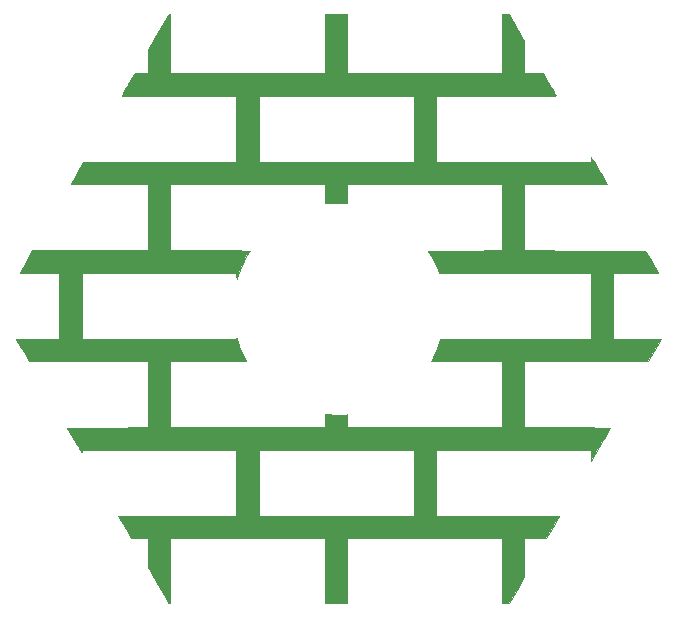
<source format=gbr>
G04 #@! TF.GenerationSoftware,KiCad,Pcbnew,5.1.5+dfsg1-2build2*
G04 #@! TF.CreationDate,2021-04-12T21:05:11-04:00*
G04 #@! TF.ProjectId,brick_tile,62726963-6b5f-4746-996c-652e6b696361,rev?*
G04 #@! TF.SameCoordinates,Original*
G04 #@! TF.FileFunction,Legend,Top*
G04 #@! TF.FilePolarity,Positive*
%FSLAX46Y46*%
G04 Gerber Fmt 4.6, Leading zero omitted, Abs format (unit mm)*
G04 Created by KiCad (PCBNEW 5.1.5+dfsg1-2build2) date 2021-04-12 21:05:11*
%MOMM*%
%LPD*%
G04 APERTURE LIST*
%ADD10C,0.010000*%
G04 APERTURE END LIST*
D10*
G36*
X14399634Y24923750D02*
G01*
X15724584Y22637750D01*
X15726834Y19939000D01*
X17282584Y19938412D01*
X17822334Y19004262D01*
X17927347Y18822402D01*
X18025890Y18651533D01*
X18115938Y18495179D01*
X18195468Y18356863D01*
X18262456Y18240110D01*
X18314878Y18148444D01*
X18350711Y18085390D01*
X18367930Y18054470D01*
X18369139Y18052056D01*
X18348924Y18050417D01*
X18288202Y18048818D01*
X18188800Y18047266D01*
X18052543Y18045766D01*
X17881258Y18044327D01*
X17676772Y18042953D01*
X17440910Y18041652D01*
X17175500Y18040431D01*
X16882367Y18039295D01*
X16563337Y18038251D01*
X16220237Y18037306D01*
X15854894Y18036466D01*
X15469134Y18035738D01*
X15064783Y18035128D01*
X14643667Y18034642D01*
X14207613Y18034288D01*
X13758447Y18034072D01*
X13305014Y18034000D01*
X8233834Y18034000D01*
X8233834Y12424833D01*
X21336000Y12424833D01*
X21336000Y12661900D01*
X21337561Y12762631D01*
X21341943Y12835179D01*
X21348695Y12874417D01*
X21355086Y12878858D01*
X21369898Y12856241D01*
X21403293Y12801016D01*
X21453081Y12716989D01*
X21517068Y12607967D01*
X21593064Y12477754D01*
X21678876Y12330158D01*
X21772311Y12168984D01*
X21871179Y11998038D01*
X21973287Y11821125D01*
X22076442Y11642052D01*
X22178454Y11464626D01*
X22277129Y11292650D01*
X22370276Y11129933D01*
X22455702Y10980279D01*
X22531216Y10847494D01*
X22594626Y10735385D01*
X22643740Y10647757D01*
X22676365Y10588416D01*
X22690310Y10561169D01*
X22690667Y10559954D01*
X22669792Y10557680D01*
X22608333Y10555509D01*
X22508040Y10553451D01*
X22370663Y10551517D01*
X22197950Y10549714D01*
X21991653Y10548053D01*
X21753519Y10546543D01*
X21485299Y10545195D01*
X21188742Y10544016D01*
X20865597Y10543017D01*
X20517615Y10542208D01*
X20146545Y10541597D01*
X19754137Y10541195D01*
X19342139Y10541011D01*
X19208750Y10541000D01*
X15726834Y10541000D01*
X15726834Y4931919D01*
X20843384Y4926585D01*
X25959934Y4921250D01*
X26493865Y4000500D01*
X26598268Y3820187D01*
X26695960Y3650936D01*
X26784925Y3496278D01*
X26863145Y3359747D01*
X26928603Y3244874D01*
X26979280Y3155193D01*
X27013159Y3094235D01*
X27028224Y3065533D01*
X27028814Y3063875D01*
X27008300Y3061536D01*
X26948445Y3059300D01*
X26852243Y3057194D01*
X26722688Y3055242D01*
X26562773Y3053469D01*
X26375491Y3051900D01*
X26163836Y3050561D01*
X25930800Y3049476D01*
X25679377Y3048671D01*
X25412561Y3048171D01*
X25135417Y3048000D01*
X23241000Y3048000D01*
X23241000Y-2560955D01*
X25273117Y-2566353D01*
X27305233Y-2571750D01*
X26214917Y-4465390D01*
X20970875Y-4465778D01*
X15726834Y-4466167D01*
X15726834Y-10054167D01*
X19346334Y-10054167D01*
X19847446Y-10054287D01*
X20313513Y-10054644D01*
X20743951Y-10055236D01*
X21138178Y-10056060D01*
X21495610Y-10057110D01*
X21815664Y-10058386D01*
X22097758Y-10059882D01*
X22341309Y-10061596D01*
X22545734Y-10063525D01*
X22710450Y-10065664D01*
X22834875Y-10068012D01*
X22918424Y-10070564D01*
X22960516Y-10073317D01*
X22965834Y-10074773D01*
X22955498Y-10095964D01*
X22925576Y-10150933D01*
X22877691Y-10236822D01*
X22813470Y-10350773D01*
X22734537Y-10489930D01*
X22642518Y-10651436D01*
X22539038Y-10832431D01*
X22425722Y-11030060D01*
X22304196Y-11241465D01*
X22176084Y-11463787D01*
X22156209Y-11498232D01*
X21346584Y-12901084D01*
X21340887Y-12430125D01*
X21335190Y-11959167D01*
X8233834Y-11959167D01*
X8233834Y-17568249D01*
X18648892Y-17578917D01*
X18111570Y-18510250D01*
X17574249Y-19441584D01*
X16650541Y-19447098D01*
X15726834Y-19452612D01*
X15726834Y-22645279D01*
X15066668Y-23789806D01*
X14406503Y-24934334D01*
X13843000Y-24934334D01*
X13843000Y-19452167D01*
X740834Y-19452167D01*
X740834Y-24934334D01*
X-1164166Y-24934334D01*
X-1164166Y-19452167D01*
X-14266333Y-19452167D01*
X-14266333Y-24934334D01*
X-14328584Y-24934334D01*
X-14378898Y-24926084D01*
X-14407687Y-24907875D01*
X-14420666Y-24885840D01*
X-14453215Y-24829936D01*
X-14503720Y-24742946D01*
X-14570571Y-24627653D01*
X-14652153Y-24486843D01*
X-14746857Y-24323297D01*
X-14853068Y-24139801D01*
X-14969176Y-23939138D01*
X-15093567Y-23724091D01*
X-15224631Y-23497444D01*
X-15287232Y-23389167D01*
X-16149924Y-21896917D01*
X-16150166Y-19452167D01*
X-17562656Y-19452167D01*
X-18103985Y-18515542D01*
X-18645313Y-17578917D01*
X-13651240Y-17573581D01*
X-8657166Y-17568245D01*
X-8657166Y-11959167D01*
X-6773333Y-11959167D01*
X-6773333Y-17568334D01*
X6350000Y-17568334D01*
X6350000Y-11959167D01*
X-6773333Y-11959167D01*
X-8657166Y-11959167D01*
X-21759333Y-11959167D01*
X-21759333Y-12058650D01*
X-21762555Y-12119331D01*
X-21772662Y-12140463D01*
X-21781418Y-12136049D01*
X-21795855Y-12114062D01*
X-21829430Y-12058769D01*
X-21880160Y-11973551D01*
X-21946061Y-11861788D01*
X-22025149Y-11726862D01*
X-22115441Y-11572155D01*
X-22214954Y-11401047D01*
X-22321704Y-11216919D01*
X-22395475Y-11089357D01*
X-22987448Y-10064750D01*
X-19568807Y-10059395D01*
X-16150166Y-10054039D01*
X-16150166Y-4466254D01*
X-26228962Y-4455584D01*
X-26766981Y-3524790D01*
X-26871650Y-3343394D01*
X-26969599Y-3173038D01*
X-27058828Y-3017239D01*
X-27137341Y-2879517D01*
X-27203137Y-2763390D01*
X-27254218Y-2672378D01*
X-27288585Y-2609998D01*
X-27304240Y-2579769D01*
X-27305000Y-2577581D01*
X-27284343Y-2575115D01*
X-27224408Y-2572761D01*
X-27128251Y-2570546D01*
X-26998929Y-2568499D01*
X-26839496Y-2566648D01*
X-26653009Y-2565019D01*
X-26442523Y-2563640D01*
X-26211095Y-2562538D01*
X-25961779Y-2561742D01*
X-25697632Y-2561279D01*
X-25484666Y-2561167D01*
X-23664333Y-2561167D01*
X-23664333Y3047746D01*
X-23743085Y3048000D01*
X-21759333Y3048000D01*
X-21759333Y-2561167D01*
X-8660111Y-2561167D01*
X-8652904Y-2513542D01*
X-8644167Y-2512384D01*
X-8625287Y-2548467D01*
X-8597755Y-2618330D01*
X-8563062Y-2718509D01*
X-8558101Y-2733587D01*
X-8411028Y-3147498D01*
X-8240093Y-3567032D01*
X-8054096Y-3970881D01*
X-8013083Y-4053417D01*
X-7954356Y-4170043D01*
X-7902180Y-4273828D01*
X-7859540Y-4358822D01*
X-7829422Y-4419071D01*
X-7814811Y-4448624D01*
X-7814028Y-4450292D01*
X-7834002Y-4452091D01*
X-7894022Y-4453834D01*
X-7991801Y-4455507D01*
X-8125051Y-4457100D01*
X-8291484Y-4458602D01*
X-8488813Y-4460002D01*
X-8714751Y-4461288D01*
X-8967010Y-4462448D01*
X-9243303Y-4463472D01*
X-9541342Y-4464349D01*
X-9858840Y-4465067D01*
X-10193510Y-4465614D01*
X-10543063Y-4465980D01*
X-10905212Y-4466154D01*
X-11036653Y-4466167D01*
X-14266333Y-4466167D01*
X-14266333Y-10054167D01*
X-1164166Y-10054167D01*
X-1164166Y-8907803D01*
X-1105958Y-8919678D01*
X-1023752Y-8931919D01*
X-906305Y-8943133D01*
X-760701Y-8953145D01*
X-594025Y-8961774D01*
X-413360Y-8968845D01*
X-225791Y-8974180D01*
X-38403Y-8977600D01*
X141722Y-8978927D01*
X307499Y-8977986D01*
X451843Y-8974596D01*
X567671Y-8968582D01*
X624981Y-8963097D01*
X740834Y-8948622D01*
X740834Y-10054167D01*
X13843000Y-10054167D01*
X13843000Y-4466167D01*
X10837334Y-4466167D01*
X10484243Y-4466045D01*
X10142939Y-4465690D01*
X9815798Y-4465114D01*
X9505199Y-4464332D01*
X9213519Y-4463358D01*
X8943137Y-4462206D01*
X8696431Y-4460890D01*
X8475779Y-4459423D01*
X8283559Y-4457819D01*
X8122150Y-4456093D01*
X7993928Y-4454259D01*
X7901273Y-4452329D01*
X7846562Y-4450319D01*
X7831667Y-4448567D01*
X7840758Y-4424796D01*
X7865979Y-4369738D01*
X7904255Y-4289831D01*
X7952507Y-4191512D01*
X7999369Y-4097675D01*
X8165854Y-3750675D01*
X8312922Y-3407840D01*
X8448705Y-3049754D01*
X8501020Y-2899834D01*
X8613013Y-2571750D01*
X14974507Y-2566424D01*
X21336000Y-2561097D01*
X21336000Y3047931D01*
X8458890Y3058583D01*
X8370162Y3291416D01*
X8216514Y3662405D01*
X8034899Y4045022D01*
X7831786Y4426275D01*
X7659021Y4720166D01*
X7535466Y4921250D01*
X10689233Y4926611D01*
X13843000Y4931971D01*
X13843000Y10541000D01*
X740834Y10541000D01*
X740834Y8978380D01*
X248709Y8989727D01*
X-278460Y8988935D01*
X-790861Y8962445D01*
X-1031875Y8940313D01*
X-1164166Y8926303D01*
X-1164166Y10541000D01*
X-14266333Y10541000D01*
X-14266333Y4931833D01*
X-10900833Y4931833D01*
X-10526886Y4931772D01*
X-10164594Y4931592D01*
X-9816204Y4931301D01*
X-9483964Y4930905D01*
X-9170120Y4930411D01*
X-8876920Y4929825D01*
X-8606612Y4929154D01*
X-8361443Y4928404D01*
X-8143661Y4927583D01*
X-7955512Y4926697D01*
X-7799243Y4925751D01*
X-7677104Y4924754D01*
X-7591340Y4923712D01*
X-7544199Y4922631D01*
X-7535333Y4921910D01*
X-7546050Y4900803D01*
X-7574594Y4853230D01*
X-7615558Y4788108D01*
X-7631428Y4763438D01*
X-7833495Y4428736D01*
X-8028650Y4062060D01*
X-8212190Y3673709D01*
X-8379410Y3273985D01*
X-8525607Y2873189D01*
X-8598449Y2645833D01*
X-8646583Y2487083D01*
X-8652489Y2767541D01*
X-8658395Y3048000D01*
X-21759333Y3048000D01*
X-23743085Y3048000D01*
X-25344493Y3053165D01*
X-27024652Y3058583D01*
X-26484316Y3995208D01*
X-25943981Y4931833D01*
X-16150166Y4931833D01*
X-16150166Y10541000D01*
X-19422681Y10541000D01*
X-19859263Y10541024D01*
X-20255443Y10541110D01*
X-20613156Y10541278D01*
X-20934334Y10541550D01*
X-21220909Y10541944D01*
X-21474814Y10542482D01*
X-21697982Y10543185D01*
X-21892346Y10544072D01*
X-22059838Y10545164D01*
X-22202390Y10546482D01*
X-22321936Y10548046D01*
X-22420409Y10549876D01*
X-22499740Y10551993D01*
X-22561863Y10554418D01*
X-22608711Y10557170D01*
X-22642215Y10560271D01*
X-22664309Y10563740D01*
X-22676926Y10567599D01*
X-22681997Y10571867D01*
X-22681957Y10575499D01*
X-22669025Y10600203D01*
X-22636986Y10657888D01*
X-22587929Y10744889D01*
X-22523940Y10857542D01*
X-22447106Y10992181D01*
X-22359517Y11145143D01*
X-22263259Y11312763D01*
X-22160419Y11491376D01*
X-22145405Y11517416D01*
X-21622091Y12424833D01*
X-8657166Y12424833D01*
X-8657166Y18034000D01*
X-6773333Y18034000D01*
X-6773333Y12424833D01*
X6350000Y12424833D01*
X6350000Y18034000D01*
X-6773333Y18034000D01*
X-8657166Y18034000D01*
X-13514916Y18034000D01*
X-13965267Y18034050D01*
X-14404340Y18034199D01*
X-14830264Y18034441D01*
X-15241169Y18034772D01*
X-15635184Y18035187D01*
X-16010439Y18035683D01*
X-16365063Y18036253D01*
X-16697185Y18036895D01*
X-17004936Y18037602D01*
X-17286443Y18038372D01*
X-17539837Y18039199D01*
X-17763247Y18040078D01*
X-17954803Y18041006D01*
X-18112633Y18041977D01*
X-18234868Y18042987D01*
X-18319636Y18044032D01*
X-18365067Y18045107D01*
X-18372666Y18045767D01*
X-18362402Y18065846D01*
X-18332928Y18119092D01*
X-18286229Y18202023D01*
X-18224287Y18311159D01*
X-18149085Y18443018D01*
X-18062604Y18594119D01*
X-17966827Y18760980D01*
X-17863737Y18940121D01*
X-17830222Y18998267D01*
X-17287778Y19939000D01*
X-16150166Y19939000D01*
X-16150166Y21909760D01*
X-15278138Y23422047D01*
X-14406109Y24934333D01*
X-14266333Y24934333D01*
X-14266333Y19939000D01*
X-1164166Y19939000D01*
X-1164166Y24934333D01*
X740834Y24934333D01*
X740834Y19939000D01*
X13843000Y19939000D01*
X13843000Y24935562D01*
X14399634Y24923750D01*
G37*
X14399634Y24923750D02*
X15724584Y22637750D01*
X15726834Y19939000D01*
X17282584Y19938412D01*
X17822334Y19004262D01*
X17927347Y18822402D01*
X18025890Y18651533D01*
X18115938Y18495179D01*
X18195468Y18356863D01*
X18262456Y18240110D01*
X18314878Y18148444D01*
X18350711Y18085390D01*
X18367930Y18054470D01*
X18369139Y18052056D01*
X18348924Y18050417D01*
X18288202Y18048818D01*
X18188800Y18047266D01*
X18052543Y18045766D01*
X17881258Y18044327D01*
X17676772Y18042953D01*
X17440910Y18041652D01*
X17175500Y18040431D01*
X16882367Y18039295D01*
X16563337Y18038251D01*
X16220237Y18037306D01*
X15854894Y18036466D01*
X15469134Y18035738D01*
X15064783Y18035128D01*
X14643667Y18034642D01*
X14207613Y18034288D01*
X13758447Y18034072D01*
X13305014Y18034000D01*
X8233834Y18034000D01*
X8233834Y12424833D01*
X21336000Y12424833D01*
X21336000Y12661900D01*
X21337561Y12762631D01*
X21341943Y12835179D01*
X21348695Y12874417D01*
X21355086Y12878858D01*
X21369898Y12856241D01*
X21403293Y12801016D01*
X21453081Y12716989D01*
X21517068Y12607967D01*
X21593064Y12477754D01*
X21678876Y12330158D01*
X21772311Y12168984D01*
X21871179Y11998038D01*
X21973287Y11821125D01*
X22076442Y11642052D01*
X22178454Y11464626D01*
X22277129Y11292650D01*
X22370276Y11129933D01*
X22455702Y10980279D01*
X22531216Y10847494D01*
X22594626Y10735385D01*
X22643740Y10647757D01*
X22676365Y10588416D01*
X22690310Y10561169D01*
X22690667Y10559954D01*
X22669792Y10557680D01*
X22608333Y10555509D01*
X22508040Y10553451D01*
X22370663Y10551517D01*
X22197950Y10549714D01*
X21991653Y10548053D01*
X21753519Y10546543D01*
X21485299Y10545195D01*
X21188742Y10544016D01*
X20865597Y10543017D01*
X20517615Y10542208D01*
X20146545Y10541597D01*
X19754137Y10541195D01*
X19342139Y10541011D01*
X19208750Y10541000D01*
X15726834Y10541000D01*
X15726834Y4931919D01*
X20843384Y4926585D01*
X25959934Y4921250D01*
X26493865Y4000500D01*
X26598268Y3820187D01*
X26695960Y3650936D01*
X26784925Y3496278D01*
X26863145Y3359747D01*
X26928603Y3244874D01*
X26979280Y3155193D01*
X27013159Y3094235D01*
X27028224Y3065533D01*
X27028814Y3063875D01*
X27008300Y3061536D01*
X26948445Y3059300D01*
X26852243Y3057194D01*
X26722688Y3055242D01*
X26562773Y3053469D01*
X26375491Y3051900D01*
X26163836Y3050561D01*
X25930800Y3049476D01*
X25679377Y3048671D01*
X25412561Y3048171D01*
X25135417Y3048000D01*
X23241000Y3048000D01*
X23241000Y-2560955D01*
X25273117Y-2566353D01*
X27305233Y-2571750D01*
X26214917Y-4465390D01*
X20970875Y-4465778D01*
X15726834Y-4466167D01*
X15726834Y-10054167D01*
X19346334Y-10054167D01*
X19847446Y-10054287D01*
X20313513Y-10054644D01*
X20743951Y-10055236D01*
X21138178Y-10056060D01*
X21495610Y-10057110D01*
X21815664Y-10058386D01*
X22097758Y-10059882D01*
X22341309Y-10061596D01*
X22545734Y-10063525D01*
X22710450Y-10065664D01*
X22834875Y-10068012D01*
X22918424Y-10070564D01*
X22960516Y-10073317D01*
X22965834Y-10074773D01*
X22955498Y-10095964D01*
X22925576Y-10150933D01*
X22877691Y-10236822D01*
X22813470Y-10350773D01*
X22734537Y-10489930D01*
X22642518Y-10651436D01*
X22539038Y-10832431D01*
X22425722Y-11030060D01*
X22304196Y-11241465D01*
X22176084Y-11463787D01*
X22156209Y-11498232D01*
X21346584Y-12901084D01*
X21340887Y-12430125D01*
X21335190Y-11959167D01*
X8233834Y-11959167D01*
X8233834Y-17568249D01*
X18648892Y-17578917D01*
X18111570Y-18510250D01*
X17574249Y-19441584D01*
X16650541Y-19447098D01*
X15726834Y-19452612D01*
X15726834Y-22645279D01*
X15066668Y-23789806D01*
X14406503Y-24934334D01*
X13843000Y-24934334D01*
X13843000Y-19452167D01*
X740834Y-19452167D01*
X740834Y-24934334D01*
X-1164166Y-24934334D01*
X-1164166Y-19452167D01*
X-14266333Y-19452167D01*
X-14266333Y-24934334D01*
X-14328584Y-24934334D01*
X-14378898Y-24926084D01*
X-14407687Y-24907875D01*
X-14420666Y-24885840D01*
X-14453215Y-24829936D01*
X-14503720Y-24742946D01*
X-14570571Y-24627653D01*
X-14652153Y-24486843D01*
X-14746857Y-24323297D01*
X-14853068Y-24139801D01*
X-14969176Y-23939138D01*
X-15093567Y-23724091D01*
X-15224631Y-23497444D01*
X-15287232Y-23389167D01*
X-16149924Y-21896917D01*
X-16150166Y-19452167D01*
X-17562656Y-19452167D01*
X-18103985Y-18515542D01*
X-18645313Y-17578917D01*
X-13651240Y-17573581D01*
X-8657166Y-17568245D01*
X-8657166Y-11959167D01*
X-6773333Y-11959167D01*
X-6773333Y-17568334D01*
X6350000Y-17568334D01*
X6350000Y-11959167D01*
X-6773333Y-11959167D01*
X-8657166Y-11959167D01*
X-21759333Y-11959167D01*
X-21759333Y-12058650D01*
X-21762555Y-12119331D01*
X-21772662Y-12140463D01*
X-21781418Y-12136049D01*
X-21795855Y-12114062D01*
X-21829430Y-12058769D01*
X-21880160Y-11973551D01*
X-21946061Y-11861788D01*
X-22025149Y-11726862D01*
X-22115441Y-11572155D01*
X-22214954Y-11401047D01*
X-22321704Y-11216919D01*
X-22395475Y-11089357D01*
X-22987448Y-10064750D01*
X-19568807Y-10059395D01*
X-16150166Y-10054039D01*
X-16150166Y-4466254D01*
X-26228962Y-4455584D01*
X-26766981Y-3524790D01*
X-26871650Y-3343394D01*
X-26969599Y-3173038D01*
X-27058828Y-3017239D01*
X-27137341Y-2879517D01*
X-27203137Y-2763390D01*
X-27254218Y-2672378D01*
X-27288585Y-2609998D01*
X-27304240Y-2579769D01*
X-27305000Y-2577581D01*
X-27284343Y-2575115D01*
X-27224408Y-2572761D01*
X-27128251Y-2570546D01*
X-26998929Y-2568499D01*
X-26839496Y-2566648D01*
X-26653009Y-2565019D01*
X-26442523Y-2563640D01*
X-26211095Y-2562538D01*
X-25961779Y-2561742D01*
X-25697632Y-2561279D01*
X-25484666Y-2561167D01*
X-23664333Y-2561167D01*
X-23664333Y3047746D01*
X-23743085Y3048000D01*
X-21759333Y3048000D01*
X-21759333Y-2561167D01*
X-8660111Y-2561167D01*
X-8652904Y-2513542D01*
X-8644167Y-2512384D01*
X-8625287Y-2548467D01*
X-8597755Y-2618330D01*
X-8563062Y-2718509D01*
X-8558101Y-2733587D01*
X-8411028Y-3147498D01*
X-8240093Y-3567032D01*
X-8054096Y-3970881D01*
X-8013083Y-4053417D01*
X-7954356Y-4170043D01*
X-7902180Y-4273828D01*
X-7859540Y-4358822D01*
X-7829422Y-4419071D01*
X-7814811Y-4448624D01*
X-7814028Y-4450292D01*
X-7834002Y-4452091D01*
X-7894022Y-4453834D01*
X-7991801Y-4455507D01*
X-8125051Y-4457100D01*
X-8291484Y-4458602D01*
X-8488813Y-4460002D01*
X-8714751Y-4461288D01*
X-8967010Y-4462448D01*
X-9243303Y-4463472D01*
X-9541342Y-4464349D01*
X-9858840Y-4465067D01*
X-10193510Y-4465614D01*
X-10543063Y-4465980D01*
X-10905212Y-4466154D01*
X-11036653Y-4466167D01*
X-14266333Y-4466167D01*
X-14266333Y-10054167D01*
X-1164166Y-10054167D01*
X-1164166Y-8907803D01*
X-1105958Y-8919678D01*
X-1023752Y-8931919D01*
X-906305Y-8943133D01*
X-760701Y-8953145D01*
X-594025Y-8961774D01*
X-413360Y-8968845D01*
X-225791Y-8974180D01*
X-38403Y-8977600D01*
X141722Y-8978927D01*
X307499Y-8977986D01*
X451843Y-8974596D01*
X567671Y-8968582D01*
X624981Y-8963097D01*
X740834Y-8948622D01*
X740834Y-10054167D01*
X13843000Y-10054167D01*
X13843000Y-4466167D01*
X10837334Y-4466167D01*
X10484243Y-4466045D01*
X10142939Y-4465690D01*
X9815798Y-4465114D01*
X9505199Y-4464332D01*
X9213519Y-4463358D01*
X8943137Y-4462206D01*
X8696431Y-4460890D01*
X8475779Y-4459423D01*
X8283559Y-4457819D01*
X8122150Y-4456093D01*
X7993928Y-4454259D01*
X7901273Y-4452329D01*
X7846562Y-4450319D01*
X7831667Y-4448567D01*
X7840758Y-4424796D01*
X7865979Y-4369738D01*
X7904255Y-4289831D01*
X7952507Y-4191512D01*
X7999369Y-4097675D01*
X8165854Y-3750675D01*
X8312922Y-3407840D01*
X8448705Y-3049754D01*
X8501020Y-2899834D01*
X8613013Y-2571750D01*
X14974507Y-2566424D01*
X21336000Y-2561097D01*
X21336000Y3047931D01*
X8458890Y3058583D01*
X8370162Y3291416D01*
X8216514Y3662405D01*
X8034899Y4045022D01*
X7831786Y4426275D01*
X7659021Y4720166D01*
X7535466Y4921250D01*
X10689233Y4926611D01*
X13843000Y4931971D01*
X13843000Y10541000D01*
X740834Y10541000D01*
X740834Y8978380D01*
X248709Y8989727D01*
X-278460Y8988935D01*
X-790861Y8962445D01*
X-1031875Y8940313D01*
X-1164166Y8926303D01*
X-1164166Y10541000D01*
X-14266333Y10541000D01*
X-14266333Y4931833D01*
X-10900833Y4931833D01*
X-10526886Y4931772D01*
X-10164594Y4931592D01*
X-9816204Y4931301D01*
X-9483964Y4930905D01*
X-9170120Y4930411D01*
X-8876920Y4929825D01*
X-8606612Y4929154D01*
X-8361443Y4928404D01*
X-8143661Y4927583D01*
X-7955512Y4926697D01*
X-7799243Y4925751D01*
X-7677104Y4924754D01*
X-7591340Y4923712D01*
X-7544199Y4922631D01*
X-7535333Y4921910D01*
X-7546050Y4900803D01*
X-7574594Y4853230D01*
X-7615558Y4788108D01*
X-7631428Y4763438D01*
X-7833495Y4428736D01*
X-8028650Y4062060D01*
X-8212190Y3673709D01*
X-8379410Y3273985D01*
X-8525607Y2873189D01*
X-8598449Y2645833D01*
X-8646583Y2487083D01*
X-8652489Y2767541D01*
X-8658395Y3048000D01*
X-21759333Y3048000D01*
X-23743085Y3048000D01*
X-25344493Y3053165D01*
X-27024652Y3058583D01*
X-26484316Y3995208D01*
X-25943981Y4931833D01*
X-16150166Y4931833D01*
X-16150166Y10541000D01*
X-19422681Y10541000D01*
X-19859263Y10541024D01*
X-20255443Y10541110D01*
X-20613156Y10541278D01*
X-20934334Y10541550D01*
X-21220909Y10541944D01*
X-21474814Y10542482D01*
X-21697982Y10543185D01*
X-21892346Y10544072D01*
X-22059838Y10545164D01*
X-22202390Y10546482D01*
X-22321936Y10548046D01*
X-22420409Y10549876D01*
X-22499740Y10551993D01*
X-22561863Y10554418D01*
X-22608711Y10557170D01*
X-22642215Y10560271D01*
X-22664309Y10563740D01*
X-22676926Y10567599D01*
X-22681997Y10571867D01*
X-22681957Y10575499D01*
X-22669025Y10600203D01*
X-22636986Y10657888D01*
X-22587929Y10744889D01*
X-22523940Y10857542D01*
X-22447106Y10992181D01*
X-22359517Y11145143D01*
X-22263259Y11312763D01*
X-22160419Y11491376D01*
X-22145405Y11517416D01*
X-21622091Y12424833D01*
X-8657166Y12424833D01*
X-8657166Y18034000D01*
X-6773333Y18034000D01*
X-6773333Y12424833D01*
X6350000Y12424833D01*
X6350000Y18034000D01*
X-6773333Y18034000D01*
X-8657166Y18034000D01*
X-13514916Y18034000D01*
X-13965267Y18034050D01*
X-14404340Y18034199D01*
X-14830264Y18034441D01*
X-15241169Y18034772D01*
X-15635184Y18035187D01*
X-16010439Y18035683D01*
X-16365063Y18036253D01*
X-16697185Y18036895D01*
X-17004936Y18037602D01*
X-17286443Y18038372D01*
X-17539837Y18039199D01*
X-17763247Y18040078D01*
X-17954803Y18041006D01*
X-18112633Y18041977D01*
X-18234868Y18042987D01*
X-18319636Y18044032D01*
X-18365067Y18045107D01*
X-18372666Y18045767D01*
X-18362402Y18065846D01*
X-18332928Y18119092D01*
X-18286229Y18202023D01*
X-18224287Y18311159D01*
X-18149085Y18443018D01*
X-18062604Y18594119D01*
X-17966827Y18760980D01*
X-17863737Y18940121D01*
X-17830222Y18998267D01*
X-17287778Y19939000D01*
X-16150166Y19939000D01*
X-16150166Y21909760D01*
X-15278138Y23422047D01*
X-14406109Y24934333D01*
X-14266333Y24934333D01*
X-14266333Y19939000D01*
X-1164166Y19939000D01*
X-1164166Y24934333D01*
X740834Y24934333D01*
X740834Y19939000D01*
X13843000Y19939000D01*
X13843000Y24935562D01*
X14399634Y24923750D01*
M02*

</source>
